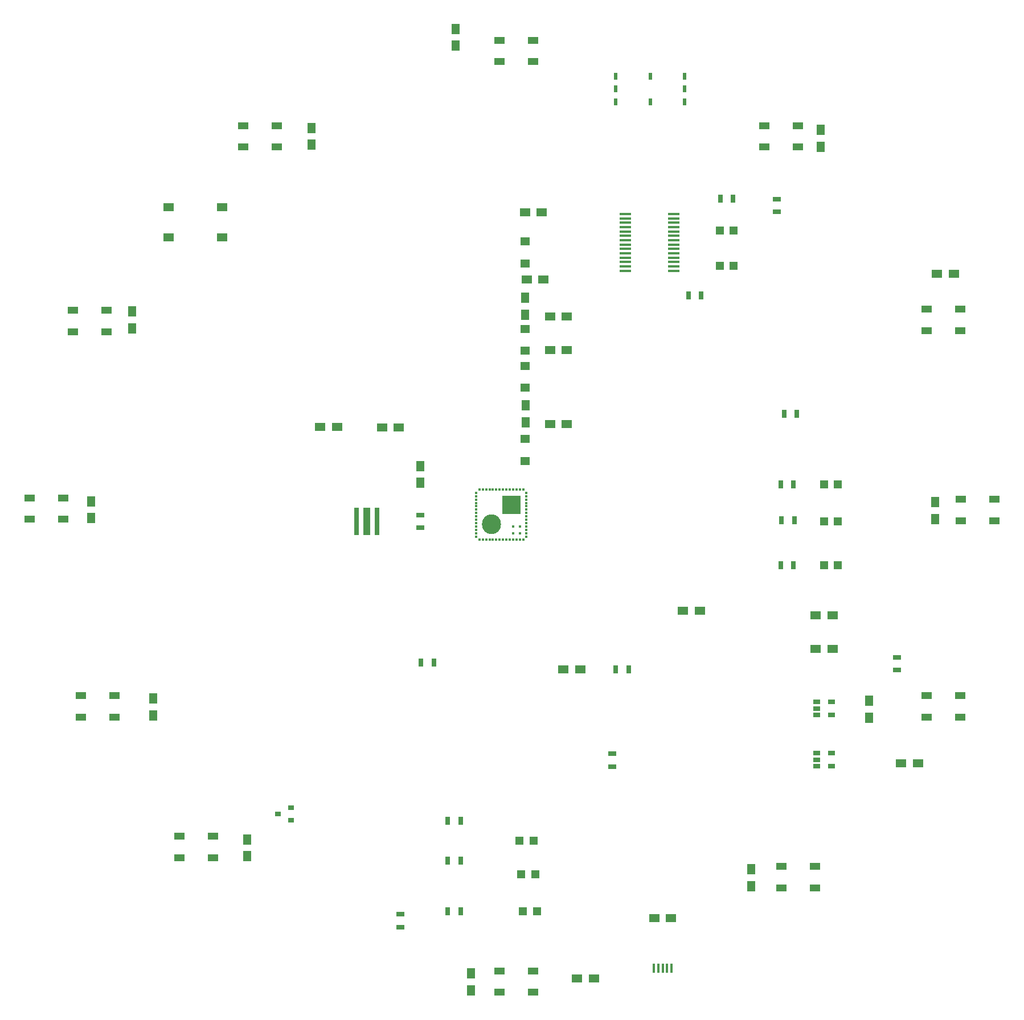
<source format=gtp>
G04 #@! TF.GenerationSoftware,KiCad,Pcbnew,(2016-12-18 revision 3ffa37c)-master*
G04 #@! TF.CreationDate,2016-12-20T20:39:12-08:00*
G04 #@! TF.ProjectId,badge-kicad,62616467652D6B696361642E6B696361,rev?*
G04 #@! TF.FileFunction,Paste,Top*
G04 #@! TF.FilePolarity,Positive*
%FSLAX46Y46*%
G04 Gerber Fmt 4.6, Leading zero omitted, Abs format (unit mm)*
G04 Created by KiCad (PCBNEW (2016-12-18 revision 3ffa37c)-master) date Tuesday, December 20, 2016 'PMt' 08:39:12 PM*
%MOMM*%
%LPD*%
G01*
G04 APERTURE LIST*
%ADD10C,0.150000*%
%ADD11R,1.600000X1.000000*%
%ADD12R,1.198880X1.198880*%
%ADD13R,0.900000X0.800000*%
%ADD14R,0.700000X1.300000*%
%ADD15R,1.000000X4.100000*%
%ADD16R,0.700000X4.100000*%
%ADD17R,1.250000X1.500000*%
%ADD18R,1.500000X1.250000*%
%ADD19R,0.400000X1.350000*%
%ADD20R,1.300000X0.700000*%
%ADD21R,1.060000X0.650000*%
%ADD22R,0.500000X1.000000*%
%ADD23R,1.750000X0.450000*%
%ADD24R,0.406400X0.406400*%
%ADD25O,2.819400X2.946400*%
%ADD26R,2.667000X2.667000*%
%ADD27R,0.304800X0.406400*%
%ADD28R,0.406400X0.304800*%
%ADD29R,1.550000X1.300000*%
%ADD30R,1.399540X1.150620*%
G04 APERTURE END LIST*
D10*
D11*
X27900000Y-102700000D03*
X27900000Y-99500000D03*
X22900000Y-102700000D03*
X22900000Y-99500000D03*
X166290000Y-102870000D03*
X166290000Y-99670000D03*
X161290000Y-102870000D03*
X161290000Y-99670000D03*
D12*
X97799020Y-150500000D03*
X95700980Y-150500000D03*
X140950980Y-109500000D03*
X143049020Y-109500000D03*
X127549020Y-59750000D03*
X125450980Y-59750000D03*
X125450980Y-65000000D03*
X127549020Y-65000000D03*
X98299020Y-161000000D03*
X96200980Y-161000000D03*
X140950980Y-103000000D03*
X143049020Y-103000000D03*
X143049020Y-97500000D03*
X140950980Y-97500000D03*
X95950980Y-155500000D03*
X98049020Y-155500000D03*
D13*
X59750000Y-146500000D03*
X61750000Y-145550000D03*
X61750000Y-147450000D03*
D14*
X136450000Y-97500000D03*
X134550000Y-97500000D03*
D15*
X73000000Y-103000000D03*
D16*
X71500000Y-103000000D03*
X74500000Y-103000000D03*
D17*
X130175000Y-157230000D03*
X130175000Y-154730000D03*
X88500000Y-170250000D03*
X88500000Y-172750000D03*
X55245000Y-152785000D03*
X55245000Y-150285000D03*
X41275000Y-129330000D03*
X41275000Y-131830000D03*
X32000000Y-102500000D03*
X32000000Y-100000000D03*
X38100000Y-71775000D03*
X38100000Y-74275000D03*
X64770000Y-46970000D03*
X64770000Y-44470000D03*
X86250000Y-29750000D03*
X86250000Y-32250000D03*
D18*
X142250000Y-117000000D03*
X139750000Y-117000000D03*
X152435000Y-138988000D03*
X154935000Y-138988000D03*
X142220000Y-121920000D03*
X139720000Y-121920000D03*
X120000000Y-116250000D03*
X122500000Y-116250000D03*
D17*
X157480000Y-102620000D03*
X157480000Y-100120000D03*
D18*
X66060000Y-88900000D03*
X68560000Y-88900000D03*
X77750000Y-89000000D03*
X75250000Y-89000000D03*
D17*
X81000000Y-94750000D03*
X81000000Y-97250000D03*
X96600000Y-85750000D03*
X96600000Y-88250000D03*
X96500000Y-72250000D03*
X96500000Y-69750000D03*
D18*
X102750000Y-77500000D03*
X100250000Y-77500000D03*
X100250000Y-72500000D03*
X102750000Y-72500000D03*
X99250000Y-67000000D03*
X96750000Y-67000000D03*
X96500000Y-57000000D03*
X99000000Y-57000000D03*
X102750000Y-88500000D03*
X100250000Y-88500000D03*
X106750000Y-171000000D03*
X104250000Y-171000000D03*
X118250000Y-162000000D03*
X115750000Y-162000000D03*
X102250000Y-125000000D03*
X104750000Y-125000000D03*
D17*
X147650000Y-132200000D03*
X147650000Y-129700000D03*
X140500000Y-44750000D03*
X140500000Y-47250000D03*
D18*
X160250000Y-66200000D03*
X157750000Y-66200000D03*
D19*
X118299100Y-169437460D03*
X117649100Y-169437460D03*
X116999100Y-169437460D03*
X116349100Y-169437460D03*
X115699100Y-169437460D03*
D14*
X85050000Y-153500000D03*
X86950000Y-153500000D03*
D20*
X109500000Y-137550000D03*
X109500000Y-139450000D03*
X134000000Y-56950000D03*
X134000000Y-55050000D03*
D14*
X127450000Y-55000000D03*
X125550000Y-55000000D03*
X86950000Y-147500000D03*
X85050000Y-147500000D03*
D20*
X78000000Y-163350000D03*
X78000000Y-161450000D03*
D14*
X136550000Y-102800000D03*
X134650000Y-102800000D03*
X81050000Y-124000000D03*
X82950000Y-124000000D03*
X122700000Y-69350000D03*
X120800000Y-69350000D03*
X110025000Y-125038000D03*
X111925000Y-125038000D03*
X86950000Y-161000000D03*
X85050000Y-161000000D03*
D20*
X151810000Y-123230000D03*
X151810000Y-125130000D03*
X81000000Y-102050000D03*
X81000000Y-103950000D03*
D14*
X135050000Y-87000000D03*
X136950000Y-87000000D03*
X136450000Y-109500000D03*
X134550000Y-109500000D03*
D21*
X142070000Y-129860000D03*
X142070000Y-131760000D03*
X139870000Y-131760000D03*
X139870000Y-130810000D03*
X139870000Y-129860000D03*
X139870000Y-137480000D03*
X139870000Y-138430000D03*
X139870000Y-139380000D03*
X142070000Y-139380000D03*
X142070000Y-137480000D03*
D22*
X110024000Y-40570000D03*
X110024000Y-36770000D03*
X120224000Y-36770000D03*
X120224000Y-40570000D03*
X120224000Y-38670000D03*
X110024000Y-38670000D03*
X115124000Y-36770000D03*
X115124000Y-40570000D03*
D23*
X111400000Y-57275000D03*
X111400000Y-57925000D03*
X111400000Y-58575000D03*
X111400000Y-59225000D03*
X111400000Y-59875000D03*
X111400000Y-60525000D03*
X111400000Y-61175000D03*
X111400000Y-61825000D03*
X111400000Y-62475000D03*
X111400000Y-63125000D03*
X111400000Y-63775000D03*
X111400000Y-64425000D03*
X111400000Y-65075000D03*
X111400000Y-65725000D03*
X118600000Y-65725000D03*
X118600000Y-65075000D03*
X118600000Y-64425000D03*
X118600000Y-63775000D03*
X118600000Y-63125000D03*
X118600000Y-62475000D03*
X118600000Y-61825000D03*
X118600000Y-61175000D03*
X118600000Y-60525000D03*
X118600000Y-59875000D03*
X118600000Y-59225000D03*
X118600000Y-58575000D03*
X118600000Y-57925000D03*
X118600000Y-57275000D03*
D11*
X156250000Y-71425000D03*
X156250000Y-74625000D03*
X161250000Y-71425000D03*
X161250000Y-74625000D03*
X137120000Y-47320000D03*
X137120000Y-44120000D03*
X132120000Y-47320000D03*
X132120000Y-44120000D03*
D24*
X94749806Y-104749804D03*
X94749806Y-103749806D03*
X95749804Y-103749806D03*
X95749804Y-104749804D03*
D25*
X91500130Y-103399794D03*
D26*
X94499870Y-100500130D03*
D27*
X89750070Y-98275090D03*
X90250196Y-98275090D03*
X90750068Y-98275090D03*
X91250194Y-98275090D03*
X91750066Y-98275090D03*
X92250192Y-98275090D03*
X92750064Y-98275090D03*
X93249936Y-98275090D03*
X93749808Y-98275090D03*
X94249934Y-98275090D03*
X94749806Y-98275090D03*
X95249932Y-98275090D03*
X95749804Y-98275090D03*
X96249930Y-98275090D03*
D28*
X96724910Y-98750070D03*
X96724910Y-99250196D03*
X96724910Y-99750068D03*
X96724910Y-100250194D03*
X96724910Y-100750066D03*
X96724910Y-101250192D03*
X96724910Y-101750064D03*
X96724910Y-102249936D03*
X96724910Y-102749808D03*
X96724910Y-103249934D03*
X96724910Y-103749806D03*
X96724910Y-104249932D03*
X96724910Y-104749804D03*
X96724910Y-105249930D03*
D27*
X96249930Y-105724910D03*
X95749804Y-105724910D03*
X95249932Y-105724910D03*
X94749806Y-105724910D03*
X94249934Y-105724910D03*
X93749808Y-105724910D03*
X93249936Y-105724910D03*
X92750064Y-105724910D03*
X92250192Y-105724910D03*
X91750066Y-105724910D03*
X91250194Y-105724910D03*
X90750068Y-105724910D03*
X90250196Y-105724910D03*
X89750070Y-105724910D03*
D28*
X89275090Y-105249930D03*
X89275090Y-104749804D03*
X89275090Y-104249932D03*
X89275090Y-103749806D03*
X89275090Y-103249934D03*
X89275090Y-102749808D03*
X89275090Y-102249936D03*
X89275090Y-101750064D03*
X89275090Y-101250192D03*
X89275090Y-100750066D03*
X89275090Y-100250194D03*
X89275090Y-99750068D03*
X89275090Y-99250196D03*
D24*
X89275090Y-98750070D03*
D29*
X51475000Y-60750000D03*
X43525000Y-60750000D03*
X51475000Y-56250000D03*
X43525000Y-56250000D03*
D30*
X96500000Y-83125600D03*
X96500000Y-79874400D03*
X96500000Y-61374400D03*
X96500000Y-64625600D03*
X96500000Y-77625600D03*
X96500000Y-74374400D03*
X96500000Y-90748800D03*
X96500000Y-94000000D03*
D11*
X29300000Y-71600000D03*
X29300000Y-74800000D03*
X34300000Y-71600000D03*
X34300000Y-74800000D03*
X30480000Y-128880000D03*
X30480000Y-132080000D03*
X35480000Y-128880000D03*
X35480000Y-132080000D03*
X50165000Y-153035000D03*
X50165000Y-149835000D03*
X45165000Y-153035000D03*
X45165000Y-149835000D03*
X92750000Y-169850000D03*
X92750000Y-173050000D03*
X97750000Y-169850000D03*
X97750000Y-173050000D03*
X139620000Y-157480000D03*
X139620000Y-154280000D03*
X134620000Y-157480000D03*
X134620000Y-154280000D03*
X156210000Y-128880000D03*
X156210000Y-132080000D03*
X161210000Y-128880000D03*
X161210000Y-132080000D03*
X97750000Y-34620000D03*
X97750000Y-31420000D03*
X92750000Y-34620000D03*
X92750000Y-31420000D03*
X59650000Y-47320000D03*
X59650000Y-44120000D03*
X54650000Y-47320000D03*
X54650000Y-44120000D03*
M02*

</source>
